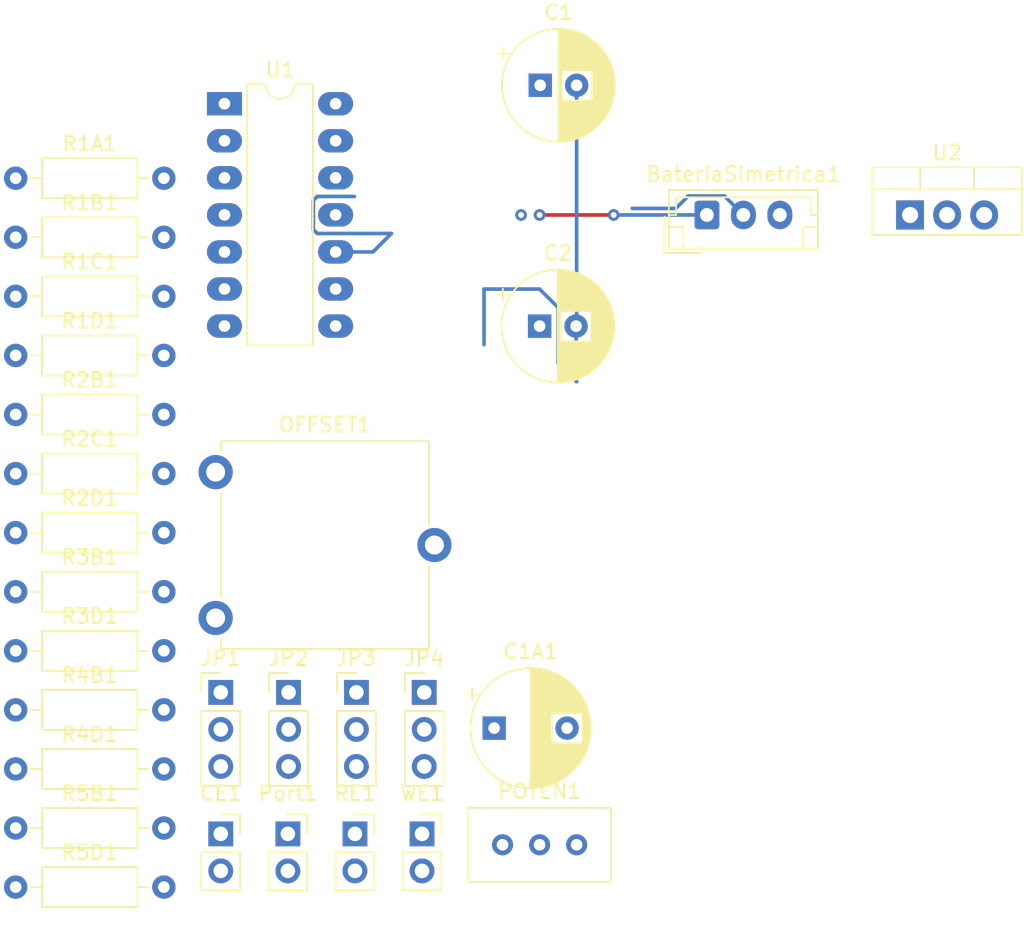
<source format=kicad_pcb>
(kicad_pcb (version 20221018) (generator pcbnew)
  (layers (0 "F.Cu" signal) (31 "B.Cu" signal) (34 "B.Paste" user) (35 "F.Paste" user) (36 "B.SilkS" user "B.Silkscreen") (37 "F.SilkS" user "F.Silkscreen") (38 "B.Mask" user) (39 "F.Mask" user) (44 "Edge.Cuts" user))
  (net 0 "")
  (net 1 "+12V")
  (net 2 "GND")
  (net 3 "-12V")
  (net 4 "Net-(U1A-+)")
  (net 5 "+5V")
  (net 6 "Net-(CE1-Pin_1)")
  (net 7 "Net-(JP1-A)")
  (net 8 "Net-(JP1-C)")
  (net 9 "Net-(JP1-B)")
  (net 10 "Net-(JP2-A)")
  (net 11 "Net-(JP2-C)")
  (net 12 "Net-(JP3-C)")
  (net 13 "Net-(JP4-A)")
  (net 14 "Net-(JP4-B)")
  (net 15 "Net-(OFFSET1-Pad1)")
  (net 16 "Net-(OFFSET1-Pad3)")
  (net 17 "Net-(Port1-Pin_1)")
  (net 18 "Net-(Port1-Pin_2)")
  (net 19 "Net-(U1A--)")
  (net 20 "Net-(R1B1-Pad2)")
  (net 21 "Net-(U1C--)")
  (net 22 "Net-(R1D1-Pad1)")
  (net 23 "Net-(U1D-+)")
  (net 24 "Net-(U1B-+)")
  (net 25 "Net-(U1D--)")
  (net 26 "Net-(R3D1-Pad1)")
  (net 27 "Net-(U1B--)")
  (footprint "Resistor_THT:R_Axial_DIN0207_L6.3mm_D2.5mm_P10.16mm_Horizontal" (layer "F.Cu") (at 127.91 111.88)
    (fp_text reference "R5B1" (at 5.08 -2.37) (layer "F.SilkS"))
    (fp_text value "300")
    (pad "1" thru_hole circle (at 0 0) (size 1.6 1.6) (drill 0.8) (layers "*.Cu" "*.Mask") (net 10 "Net-(JP2-A)"))
    (pad "2" thru_hole oval (at 10.16 0) (size 1.6 1.6) (drill 0.8) (layers "*.Cu" "*.Mask") (net 27 "Net-(U1B--)"))
  )
  (footprint "Resistor_THT:R_Axial_DIN0207_L6.3mm_D2.5mm_P10.16mm_Horizontal" (layer "F.Cu") (at 127.91 95.68)
    (fp_text reference "R3B1" (at 5.08 -2.37) (layer "F.SilkS"))
    (fp_text value "1K")
    (pad "1" thru_hole circle (at 0 0) (size 1.6 1.6) (drill 0.8) (layers "*.Cu" "*.Mask") (net 2 "GND"))
    (pad "2" thru_hole oval (at 10.16 0) (size 1.6 1.6) (drill 0.8) (layers "*.Cu" "*.Mask") (net 24 "Net-(U1B-+)"))
  )
  (footprint "Connector_PinSocket_2.54mm:PinSocket_1x02_P2.54mm_Vertical" (layer "F.Cu") (at 155.77 112.28)
    (fp_text reference "WE1" (at 0 -2.77) (layer "F.SilkS"))
    (fp_text value "Screw_Terminal_01x01")
    (pad "1" thru_hole rect (at 0 0) (size 1.7 1.7) (drill 1) (layers "*.Cu" "*.Mask") (net 9 "Net-(JP1-B)"))
    (pad "2" thru_hole oval (at 0 2.54) (size 1.7 1.7) (drill 1) (layers "*.Cu" "*.Mask"))
  )
  (footprint "Resistor_THT:R_Axial_DIN0207_L6.3mm_D2.5mm_P10.16mm_Horizontal" (layer "F.Cu") (at 127.91 67.33)
    (fp_text reference "R1A1" (at 5.08 -2.37) (layer "F.SilkS"))
    (fp_text value "10k")
    (pad "1" thru_hole circle (at 0 0) (size 1.6 1.6) (drill 0.8) (layers "*.Cu" "*.Mask") (net 17 "Net-(Port1-Pin_1)"))
    (pad "2" thru_hole oval (at 10.16 0) (size 1.6 1.6) (drill 0.8) (layers "*.Cu" "*.Mask") (net 4 "Net-(U1A-+)"))
  )
  (footprint "Resistor_THT:R_Axial_DIN0207_L6.3mm_D2.5mm_P10.16mm_Horizontal" (layer "F.Cu") (at 127.91 115.93)
    (fp_text reference "R5D1" (at 5.08 -2.37) (layer "F.SilkS"))
    (fp_text value "3.3k")
    (pad "1" thru_hole circle (at 0 0) (size 1.6 1.6) (drill 0.8) (layers "*.Cu" "*.Mask") (net 23 "Net-(U1D-+)"))
    (pad "2" thru_hole oval (at 10.16 0) (size 1.6 1.6) (drill 0.8) (layers "*.Cu" "*.Mask") (net 5 "+5V"))
  )
  (footprint "Connector_PinHeader_2.54mm:PinHeader_1x03_P2.54mm_Vertical" (layer "F.Cu") (at 155.92 102.58)
    (fp_text reference "JP4" (at 0 -2.33) (layer "F.SilkS"))
    (fp_text value "Jumper_3_Bridged12")
    (pad "1" thru_hole rect (at 0 0) (size 1.7 1.7) (drill 1) (layers "*.Cu" "*.Mask") (net 13 "Net-(JP4-A)"))
    (pad "2" thru_hole oval (at 0 2.54) (size 1.7 1.7) (drill 1) (layers "*.Cu" "*.Mask") (net 7 "Net-(JP1-A)"))
    (pad "3" thru_hole oval (at 0 5.08) (size 1.7 1.7) (drill 1) (layers "*.Cu" "*.Mask") (net 14 "Net-(JP4-B)"))
  )
  (footprint "Potentiometer_THT:Potentiometer_Bourns_3296W_Vertical" (layer "F.Cu") (at 166.37 113.03)
    (fp_text reference "POTEN1" (at -2.54 -3.66) (layer "F.SilkS"))
    (fp_text value "LM741")
    (pad "1" thru_hole circle (at 0 0) (size 1.44 1.44) (drill 0.8) (layers "*.Cu" "*.Mask") (net 15 "Net-(OFFSET1-Pad1)"))
    (pad "2" thru_hole circle (at -2.54 0) (size 1.44 1.44) (drill 0.8) (layers "*.Cu" "*.Mask") (net 8 "Net-(JP1-C)"))
    (pad "3" thru_hole circle (at -5.08 0) (size 1.44 1.44) (drill 0.8) (layers "*.Cu" "*.Mask") (net 11 "Net-(JP2-C)"))
  )
  (footprint "Connector_PinSocket_2.54mm:PinSocket_1x02_P2.54mm_Vertical" (layer "F.Cu") (at 151.17 112.28)
    (fp_text reference "RE1" (at 0 -2.77) (layer "F.SilkS"))
    (fp_text value "Screw_Terminal_01x01")
    (pad "1" thru_hole rect (at 0 0) (size 1.7 1.7) (drill 1) (layers "*.Cu" "*.Mask") (net 14 "Net-(JP4-B)"))
    (pad "2" thru_hole oval (at 0 2.54) (size 1.7 1.7) (drill 1) (layers "*.Cu" "*.Mask"))
  )
  (footprint "Resistor_THT:R_Axial_DIN0207_L6.3mm_D2.5mm_P10.16mm_Horizontal" (layer "F.Cu") (at 127.91 75.43)
    (fp_text reference "R1C1" (at 5.08 -2.37) (layer "F.SilkS"))
    (fp_text value "2.2K")
    (pad "1" thru_hole circle (at 0 0) (size 1.6 1.6) (drill 0.8) (layers "*.Cu" "*.Mask") (net 13 "Net-(JP4-A)"))
    (pad "2" thru_hole oval (at 10.16 0) (size 1.6 1.6) (drill 0.8) (layers "*.Cu" "*.Mask") (net 21 "Net-(U1C--)"))
  )
  (footprint "Resistor_THT:R_Axial_DIN0207_L6.3mm_D2.5mm_P10.16mm_Horizontal" (layer "F.Cu") (at 127.91 99.73)
    (fp_text reference "R3D1" (at 5.08 -2.37) (layer "F.SilkS"))
    (fp_text value "160")
    (pad "1" thru_hole circle (at 0 0) (size 1.6 1.6) (drill 0.8) (layers "*.Cu" "*.Mask") (net 26 "Net-(R3D1-Pad1)"))
    (pad "2" thru_hole oval (at 10.16 0) (size 1.6 1.6) (drill 0.8) (layers "*.Cu" "*.Mask") (net 25 "Net-(U1D--)"))
  )
  (footprint "Connector_PinSocket_2.54mm:PinSocket_1x02_P2.54mm_Vertical" (layer "F.Cu") (at 146.57 112.28)
    (fp_text reference "Port1" (at 0 -2.77) (layer "F.SilkS"))
    (fp_text value "PortA0")
    (pad "1" thru_hole rect (at 0 0) (size 1.7 1.7) (drill 1) (layers "*.Cu" "*.Mask") (net 17 "Net-(Port1-Pin_1)"))
    (pad "2" thru_hole oval (at 0 2.54) (size 1.7 1.7) (drill 1) (layers "*.Cu" "*.Mask") (net 18 "Net-(Port1-Pin_2)"))
  )
  (footprint "Resistor_THT:R_Axial_DIN0207_L6.3mm_D2.5mm_P10.16mm_Horizontal" (layer "F.Cu") (at 127.91 87.58)
    (fp_text reference "R2C1" (at 5.08 -2.37) (layer "F.SilkS"))
    (fp_text value "2.2k")
    (pad "1" thru_hole circle (at 0 0) (size 1.6 1.6) (drill 0.8) (layers "*.Cu" "*.Mask") (net 21 "Net-(U1C--)"))
    (pad "2" thru_hole oval (at 10.16 0) (size 1.6 1.6) (drill 0.8) (layers "*.Cu" "*.Mask") (net 22 "Net-(R1D1-Pad1)"))
  )
  (footprint "Capacitor_THT:CP_Radial_D7.5mm_P2.50mm" (layer "F.Cu") (at 163.87 60.96)
    (fp_text reference "C1" (at 1.25 -5) (layer "F.SilkS"))
    (fp_text value "3.3uF")
    (pad "1" thru_hole rect (at 0 0) (size 1.6 1.6) (drill 0.8) (layers "*.Cu" "*.Mask") (net 1 "+12V"))
    (pad "2" thru_hole circle (at 2.5 0) (size 1.6 1.6) (drill 0.8) (layers "*.Cu" "*.Mask") (net 2 "GND"))
  )
  (footprint "Potentiometer_THT:Potentiometer_ACP_CA14V-15_Vertical" (layer "F.Cu") (at 141.62 97.48)
    (fp_text reference "OFFSET1" (at 7.5 -13.25) (layer "F.SilkS"))
    (fp_text value "R_Potentiometer_Trim")
    (pad "1" thru_hole circle (at 0 0) (size 2.34 2.34) (drill 1.3) (layers "*.Cu" "*.Mask") (net 15 "Net-(OFFSET1-Pad1)"))
    (pad "2" thru_hole circle (at 15 -5) (size 2.34 2.34) (drill 1.3) (layers "*.Cu" "*.Mask") (net 3 "-12V"))
    (pad "3" thru_hole circle (at 0 -10) (size 2.34 2.34) (drill 1.3) (layers "*.Cu" "*.Mask") (net 16 "Net-(OFFSET1-Pad3)"))
  )
  (footprint "Capacitor_THT:CP_Radial_D8.0mm_P5.00mm" (layer "F.Cu") (at 160.714698 105.03)
    (fp_text reference "C1A1" (at 2.5 -5.25) (layer "F.SilkS"))
    (fp_text value "C_Polarized")
    (pad "1" thru_hole rect (at 0 0) (size 1.6 1.6) (drill 0.8) (layers "*.Cu" "*.Mask") (net 4 "Net-(U1A-+)"))
    (pad "2" thru_hole circle (at 5 0) (size 1.6 1.6) (drill 0.8) (layers "*.Cu" "*.Mask") (net 2 "GND"))
  )
  (footprint "Connector_PinHeader_2.54mm:PinHeader_1x03_P2.54mm_Vertical" (layer "F.Cu") (at 141.97 102.58)
    (fp_text reference "JP1" (at 0 -2.33) (layer "F.SilkS"))
    (fp_text value "Jumper_3_Bridged12")
    (pad "1" thru_hole rect (at 0 0) (size 1.7 1.7) (drill 1) (layers "*.Cu" "*.Mask") (net 7 "Net-(JP1-A)"))
    (pad "2" thru_hole oval (at 0 2.54) (size 1.7 1.7) (drill 1) (layers "*.Cu" "*.Mask") (net 8 "Net-(JP1-C)"))
    (pad "3" thru_hole oval (at 0 5.08) (size 1.7 1.7) (drill 1) (layers "*.Cu" "*.Mask") (net 9 "Net-(JP1-B)"))
  )
  (footprint "Connector_PinHeader_2.54mm:PinHeader_1x03_P2.54mm_Vertical" (layer "F.Cu") (at 146.62 102.58)
    (fp_text reference "JP2" (at 0 -2.33) (layer "F.SilkS"))
    (fp_text value "Jumper_3_Bridged12")
    (pad "1" thru_hole rect (at 0 0) (size 1.7 1.7) (drill 1) (layers "*.Cu" "*.Mask") (net 10 "Net-(JP2-A)"))
    (pad "2" thru_hole oval (at 0 2.54) (size 1.7 1.7) (drill 1) (layers "*.Cu" "*.Mask") (net 11 "Net-(JP2-C)"))
    (pad "3" thru_hole oval (at 0 5.08) (size 1.7 1.7) (drill 1) (layers "*.Cu" "*.Mask") (net 8 "Net-(JP1-C)"))
  )
  (footprint "Capacitor_THT:CP_Radial_D7.5mm_P2.50mm" (layer "F.Cu") (at 163.83 77.47)
    (fp_text reference "C2" (at 1.25 -5) (layer "F.SilkS"))
    (fp_text value "3.3uF")
    (pad "1" thru_hole rect (at 0 0) (size 1.6 1.6) (drill 0.8) (layers "*.Cu" "*.Mask") (net 5 "+5V"))
    (pad "2" thru_hole circle (at 2.5 0) (size 1.6 1.6) (drill 0.8) (layers "*.Cu" "*.Mask") (net 2 "GND"))
  )
  (footprint "Connector_PinHeader_2.54mm:PinHeader_1x03_P2.54mm_Vertical" (layer "F.Cu") (at 151.27 102.58)
    (fp_text reference "JP3" (at 0 -2.33) (layer "F.SilkS"))
    (fp_text value "Jumper_3_Bridged12")
    (pad "1" thru_hole rect (at 0 0) (size 1.7 1.7) (drill 1) (layers "*.Cu" "*.Mask") (net 7 "Net-(JP1-A)"))
    (pad "2" thru_hole oval (at 0 2.54) (size 1.7 1.7) (drill 1) (layers "*.Cu" "*.Mask") (net 12 "Net-(JP3-C)"))
    (pad "3" thru_hole oval (at 0 5.08) (size 1.7 1.7) (drill 1) (layers "*.Cu" "*.Mask") (net 6 "Net-(CE1-Pin_1)"))
  )
  (footprint "Package_TO_SOT_THT:TO-220-3_Vertical" (layer "F.Cu") (at 189.23 69.85)
    (fp_text reference "U2" (at 2.54 -4.27) (layer "F.SilkS"))
    (fp_text value "L7805")
    (pad "1" thru_hole rect (at 0 0) (size 1.905 2) (drill 1.1) (layers "*.Cu" "*.Mask") (net 1 "+12V"))
    (pad "2" thru_hole oval (at 2.54 0) (size 1.905 2) (drill 1.1) (layers "*.Cu" "*.Mask") (net 2 "GND"))
    (pad "3" thru_hole oval (at 5.08 0) (size 1.905 2) (drill 1.1) (layers "*.Cu" "*.Mask") (net 5 "+5V"))
  )
  (footprint "Resistor_THT:R_Axial_DIN0207_L6.3mm_D2.5mm_P10.16mm_Horizontal" (layer "F.Cu") (at 127.91 107.83)
    (fp_text reference "R4D1" (at 5.08 -2.37) (layer "F.SilkS"))
    (fp_text value "1k")
    (pad "1" thru_hole circle (at 0 0) (size 1.6 1.6) (drill 0.8) (layers "*.Cu" "*.Mask") (net 26 "Net-(R3D1-Pad1)"))
    (pad "2" thru_hole oval (at 10.16 0) (size 1.6 1.6) (drill 0.8) (layers "*.Cu" "*.Mask") (net 18 "Net-(Port1-Pin_2)"))
  )
  (footprint "Resistor_THT:R_Axial_DIN0207_L6.3mm_D2.5mm_P10.16mm_Horizontal" (layer "F.Cu") (at 127.91 83.53)
    (fp_text reference "R2B1" (at 5.08 -2.37) (layer "F.SilkS"))
    (fp_text value "160")
    (pad "1" thru_hole circle (at 0 0) (size 1.6 1.6) (drill 0.8) (layers "*.Cu" "*.Mask") (net 20 "Net-(R1B1-Pad2)"))
    (pad "2" thru_hole oval (at 10.16 0) (size 1.6 1.6) (drill 0.8) (layers "*.Cu" "*.Mask") (net 24 "Net-(U1B-+)"))
  )
  (footprint "Resistor_THT:R_Axial_DIN0207_L6.3mm_D2.5mm_P10.16mm_Horizontal" (layer "F.Cu") (at 127.91 79.48)
    (fp_text reference "R1D1" (at 5.08 -2.37) (layer "F.SilkS"))
    (fp_text value "1k")
    (pad "1" thru_hole circle (at 0 0) (size 1.6 1.6) (drill 0.8) (layers "*.Cu" "*.Mask") (net 22 "Net-(R1D1-Pad1)"))
    (pad "2" thru_hole oval (at 10.16 0) (size 1.6 1.6) (drill 0.8) (layers "*.Cu" "*.Mask") (net 23 "Net-(U1D-+)"))
  )
  (footprint "Resistor_THT:R_Axial_DIN0207_L6.3mm_D2.5mm_P10.16mm_Horizontal" (layer "F.Cu") (at 127.91 91.63)
    (fp_text reference "R2D1" (at 5.08 -2.37) (layer "F.SilkS"))
    (fp_text value "1k")
    (pad "1" thru_hole circle (at 0 0) (size 1.6 1.6) (drill 0.8) (layers "*.Cu" "*.Mask") (net 2 "GND"))
    (pad "2" thru_hole oval (at 10.16 0) (size 1.6 1.6) (drill 0.8) (layers "*.Cu" "*.Mask") (net 25 "Net-(U1D--)"))
  )
  (footprint "Connector_PinSocket_2.54mm:PinSocket_1x02_P2.54mm_Vertical" (layer "F.Cu") (at 141.97 112.28)
    (fp_text reference "CE1" (at 0 -2.77) (layer "F.SilkS"))
    (fp_text value "Screw_Terminal_01x01")
    (pad "1" thru_hole rect (at 0 0) (size 1.7 1.7) (drill 1) (layers "*.Cu" "*.Mask") (net 6 "Net-(CE1-Pin_1)"))
    (pad "2" thru_hole oval (at 0 2.54) (size 1.7 1.7) (drill 1) (layers "*.Cu" "*.Mask"))
  )
  (footprint "Connector_JST:JST_EH_B3B-EH-A_1x03_P2.50mm_Vertical" (layer "F.Cu") (at 175.3 69.85)
    (fp_text reference "BateriaSimetrica1" (at 2.5 -2.8) (layer "F.SilkS"))
    (fp_text value "Screw_Terminal_01x03")
    (pad "1" thru_hole roundrect (at 0 0) (size 1.7 1.95) (drill 0.95) (layers "*.Cu" "*.Mask") (roundrect_rratio 0.147059) (net 1 "+12V"))
    (pad "2" thru_hole oval (at 2.5 0) (size 1.7 1.95) (drill 0.95) (layers "*.Cu" "*.Mask") (net 2 "GND"))
    (pad "3" thru_hole oval (at 5 0) (size 1.7 1.95) (drill 0.95) (layers "*.Cu" "*.Mask") (net 3 "-12V"))
  )
  (footprint "Resistor_THT:R_Axial_DIN0207_L6.3mm_D2.5mm_P10.16mm_Horizontal" (layer "F.Cu") (at 127.91 71.38)
    (fp_text reference "R1B1" (at 5.08 -2.37) (layer "F.SilkS"))
    (fp_text value "1k")
    (pad "1" thru_hole circle (at 0 0) (size 1.6 1.6) (drill 0.8) (layers "*.Cu" "*.Mask") (net 19 "Net-(U1A--)"))
    (pad "2" thru_hole oval (at 10.16 0) (size 1.6 1.6) (drill 0.8) (layers "*.Cu" "*.Mask") (net 20 "Net-(R1B1-Pad2)"))
  )
  (footprint "Package_DIP:DIP-14_W7.62mm_LongPads" (layer "F.Cu") (at 142.225 62.225)
    (fp_text reference "U1" (at 3.81 -2.33) (layer "F.SilkS"))
    (fp_text value "LM324")
    (pad "1" thru_hole rect (at 0 0) (size 2.4 1.6) (drill 0.8) (layers "*.Cu" "*.Mask") (net 19 "Net-(U1A--)"))
    (pad "2" thru_hole oval (at 0 2.54) (size 2.4 1.6) (drill 0.8) (layers "*.Cu" "*.Mask") (net 19 "Net-(U1A--)"))
    (pad "3" thru_hole oval (at 0 5.08) (size 2.4 1.6) (drill 0.8) (layers "*.Cu" "*.Mask") (net 4 "Net-(U1A-+)"))
    (pad "4" thru_hole oval (at 0 7.62) (size 2.4 1.6) (drill 0.8) (layers "*.Cu" "*.Mask") (net 1 "+12V"))
    (pad "5" thru_hole oval (at 0 10.16) (size 2.4 1.6) (drill 0.8) (layers "*.Cu" "*.Mask") (net 24 "Net-(U1B-+)"))
    (pad "6" thru_hole oval (at 0 12.7) (size 2.4 1.6) (drill 0.8) (layers "*.Cu" "*.Mask") (net 27 "Net-(U1B--)"))
    (pad "7" thru_hole oval (at 0 15.24) (size 2.4 1.6) (drill 0.8) (layers "*.Cu" "*.Mask") (net 10 "Net-(JP2-A)"))
    (pad "8" thru_hole oval (at 7.62 15.24) (size 2.4 1.6) (drill 0.8) (layers "*.Cu" "*.Mask") (net 22 "Net-(R1D1-Pad1)"))
    (pad "9" thru_hole oval (at 7.62 12.7) (size 2.4 1.6) (drill 0.8) (layers "*.Cu" "*.Mask") (net 21 "Net-(U1C--)"))
    (pad "10" thru_hole oval (at 7.62 10.16) (size 2.4 1.6) (drill 0.8) (layers "*.Cu" "*.Mask") (net 2 "GND"))
    (pad "11" thru_hole oval (at 7.62 7.62) (size 2.4 1.6) (drill 0.8) (layers "*.Cu" "*.Mask") (net 3 "-12V"))
    (pad "12" thru_hole oval (at 7.62 5.08) (size 2.4 1.6) (drill 0.8) (layers "*.Cu" "*.Mask") (net 23 "Net-(U1D-+)"))
    (pad "13" thru_hole oval (at 7.62 2.54) (size 2.4 1.6) (drill 0.8) (layers "*.Cu" "*.Mask") (net 25 "Net-(U1D--)"))
    (pad "14" thru_hole oval (at 7.62 0) (size 2.4 1.6) (drill 0.8) (layers "*.Cu" "*.Mask") (net 18 "Net-(Port1-Pin_2)"))
  )
  (footprint "Resistor_THT:R_Axial_DIN0207_L6.3mm_D2.5mm_P10.16mm_Horizontal" (layer "F.Cu") (at 127.91 103.78)
    (fp_text reference "R4B1" (at 5.08 -2.37) (layer "F.SilkS"))
    (fp_text value "1K")
    (pad "1" thru_hole circle (at 0 0) (size 1.6 1.6) (drill 0.8) (layers "*.Cu" "*.Mask") (net 5 "+5V"))
    (pad "2" thru_hole oval (at 10.16 0) (size 1.6 1.6) (drill 0.8) (layers "*.Cu" "*.Mask") (net 27 "Net-(U1B--)"))
  )
  (via (at 162.56 69.85) (size 0.8) (drill 0.4) (layers "F.Cu" "B.Cu") (net 0))
  (segment (start 165.1 69.85) (end 163.83 69.85) (width 0.25) (layer "F.Cu") (net 1))
  (segment (start 168.91 69.85) (end 165.1 69.85) (width 0.25) (layer "F.Cu") (net 1))
  (via (at 163.83 69.85) (size 0.8) (drill 0.4) (layers "F.Cu" "B.Cu") (net 1))
  (via (at 168.91 69.85) (size 0.8) (drill 0.4) (layers "F.Cu" "B.Cu") (net 1))
  (segment (start 175.3 69.85) (end 168.91 69.85) (width 0.25) (layer "B.Cu") (net 1))
  (segment (start 153.67 71.12) (end 148.59 71.12) (width 0.25) (layer "B.Cu") (net 2))
  (segment (start 166.33 77.47) (end 166.33 81.24) (width 0.25) (layer "B.Cu") (net 2))
  (segment (start 173.99 68.58) (end 173.17 69.4) (width 0.25) (layer "B.Cu") (net 2))
  (segment (start 166.37 60.96) (end 166.37 77.43) (width 0.25) (layer "B.Cu") (net 2))
  (segment (start 148.59 68.58) (end 151.13 68.58) (width 0.25) (layer "B.Cu") (net 2))
  (segment (start 173.17 69.4) (end 172.72 69.4) (width 0.25) (layer "B.Cu") (net 2))
  (segment (start 172.72 69.4) (end 170.18 69.4) (width 0.25) (layer "B.Cu") (net 2))
  (segment (start 176.5 68.55) (end 174.02 68.55) (width 0.25) (layer "B.Cu") (net 2))
  (segment (start 176.53 68.58) (end 176.5 68.55) (width 0.25) (layer "B.Cu") (net 2))
  (segment (start 177.8 69.85) (end 176.53 68.58) (width 0.25) (layer "B.Cu") (net 2))
  (segment (start 163.83 74.93) (end 160.02 74.93) (width 0.25) (layer "B.Cu") (net 2))
  (segment (start 166.37 77.43) (end 166.33 77.47) (width 0.25) (layer "B.Cu") (net 2))
  (segment (start 148.59 71.12) (end 148.32 70.85) (width 0.25) (layer "B.Cu") (net 2))
  (segment (start 149.845 72.385) (end 152.405 72.385) (width 0.25) (layer "B.Cu") (net 2))
  (segment (start 160.02 74.93) (end 160.02 78.74) (width 0.25) (layer "B.Cu") (net 2))
  (segment (start 174.02 68.55) (end 173.99 68.58) (width 0.25) (layer "B.Cu") (net 2))
  (segment (start 166.37 81.28) (end 165.1 80.01) (width 0.25) (layer "B.Cu") (net 2))
  (segment (start 166.33 81.24) (end 166.37 81.28) (width 0.25) (layer "B.Cu") (net 2))
  (segment (start 165.1 80.01) (end 165.1 76.2) (width 0.25) (layer "B.Cu") (net 2))
  (segment (start 152.405 72.385) (end 153.67 71.12) (width 0.25) (layer "B.Cu") (net 2))
  (segment (start 165.1 76.2) (end 163.83 74.93) (width 0.25) (layer "B.Cu") (net 2))
  (segment (start 148.32 68.85) (end 148.59 68.58) (width 0.25) (layer "B.Cu") (net 2))
  (segment (start 148.32 70.85) (end 148.32 68.85) (width 0.25) (layer "B.Cu") (net 2))
)
</source>
